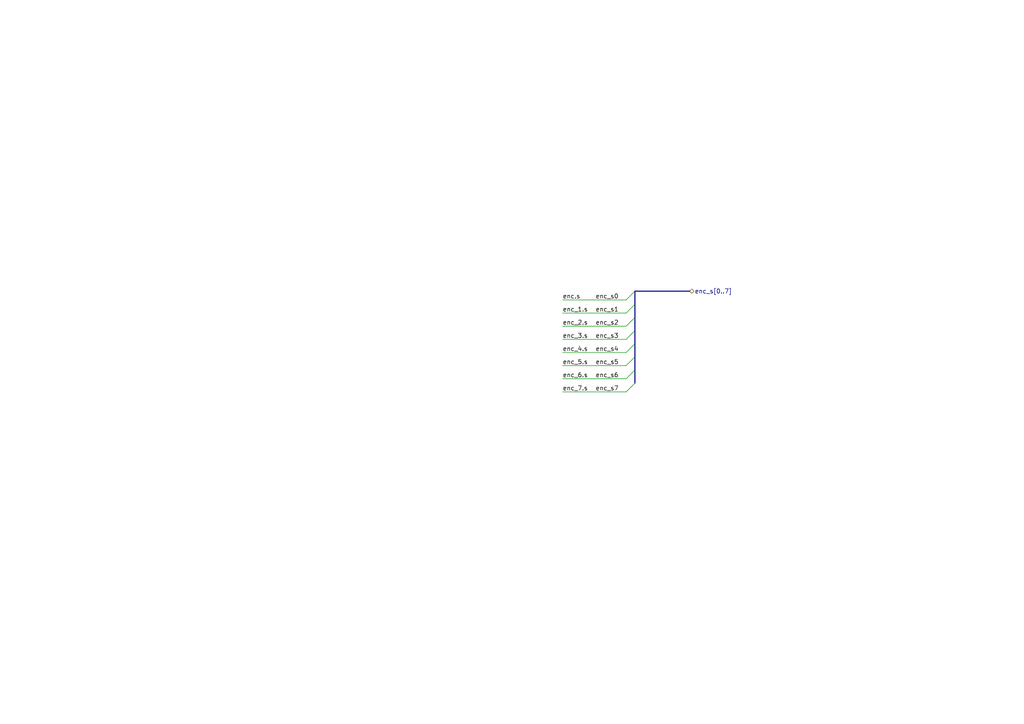
<source format=kicad_sch>
(kicad_sch (version 20230121) (generator eeschema)
  (paper "A4")
  (lib_symbols)
  (bus_entry (at 184.15 95.885) (size -2.54 2.54))
  (bus_entry (at 184.15 88.265) (size -2.54 2.54))
  (bus_entry (at 184.15 103.505) (size -2.54 2.54))
  (bus_entry (at 184.15 111.125) (size -2.54 2.54))
  (bus_entry (at 184.15 107.315) (size -2.54 2.54))
  (bus_entry (at 184.15 84.455) (size -2.54 2.54))
  (bus_entry (at 184.15 92.075) (size -2.54 2.54))
  (bus_entry (at 184.15 99.695) (size -2.54 2.54))
  (wire (pts (xy 163.195 94.615) (xy 181.61 94.615)))
  (bus (pts (xy 184.15 92.075) (xy 184.15 95.885)))
  (wire (pts (xy 163.195 98.425) (xy 181.61 98.425)))
  (bus (pts (xy 184.15 103.505) (xy 184.15 107.315)))
  (wire (pts (xy 163.195 86.995) (xy 181.61 86.995)))
  (bus (pts (xy 184.15 88.265) (xy 184.15 92.075)))
  (bus (pts (xy 184.15 95.885) (xy 184.15 99.695)))
  (wire (pts (xy 163.195 109.855) (xy 181.61 109.855)))
  (wire (pts (xy 163.195 102.235) (xy 181.61 102.235)))
  (wire (pts (xy 163.195 90.805) (xy 181.61 90.805)))
  (bus (pts (xy 184.15 84.455) (xy 200.025 84.455)))
  (wire (pts (xy 163.195 106.045) (xy 181.61 106.045)))
  (bus (pts (xy 184.15 107.315) (xy 184.15 111.125)))
  (bus (pts (xy 184.15 99.695) (xy 184.15 103.505)))
  (bus (pts (xy 184.15 84.455) (xy 184.15 88.265)))
  (wire (pts (xy 163.195 113.665) (xy 181.61 113.665)))
  (label "enc_3.s" (at 163.195 98.425 0))
  (label "enc_s7" (at 172.72 113.665 0))
  (label "enc_2.s" (at 163.195 94.615 0))
  (label "enc_s3" (at 172.72 98.425 0))
  (label "enc_1.s" (at 163.195 90.805 0))
  (label "enc_s4" (at 172.72 102.235 0))
  (label "enc_6.s" (at 163.195 109.855 0))
  (label "enc_s5" (at 172.72 106.045 0))
  (label "enc_s1" (at 172.72 90.805 0))
  (label "enc_s0" (at 172.72 86.995 0))
  (label "enc_5.s" (at 163.195 106.045 0))
  (label "enc_4.s" (at 163.195 102.235 0))
  (label "enc.s" (at 163.195 86.995 0))
  (label "enc_s2" (at 172.72 94.615 0))
  (label "enc_s6" (at 172.72 109.855 0))
  (label "enc_7.s" (at 163.195 113.665 0))
  (hierarchical_label "enc_s[0..7]" (shape bidirectional) (at 200.025 84.455 0))
)
</source>
